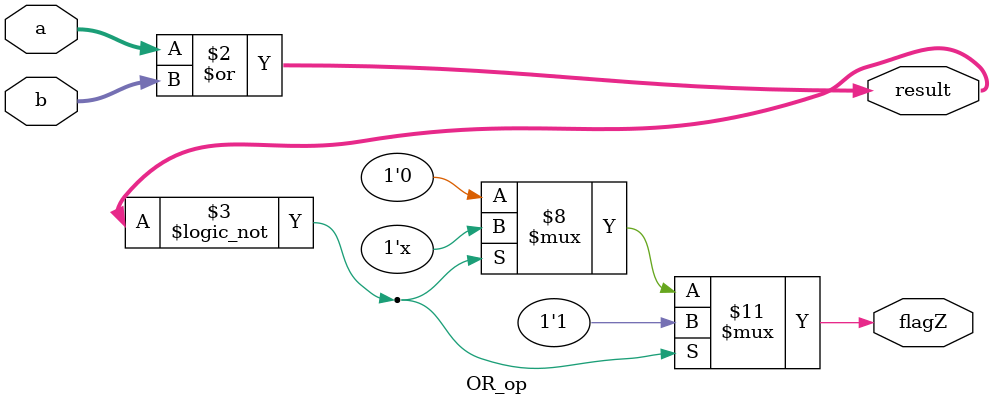
<source format=sv>

module OR_op #(parameter N=4)(input logic [N-1:0] a, 
										input logic [N-1:0] b, 
										output reg [N-1:0] result,
										output reg flagZ);

	always_comb begin
		
		//INICIALIZACIÓN DE VARIABLES
		result = 0;
		flagZ = 0;
		
		result = a | b;
		
		// FLAG CERO
		if (result == 0) begin
			flagZ = 1;
		end
		
		else if (result != 0) begin
			flagZ = 0;
		end
		
	end
	
endmodule 
</source>
